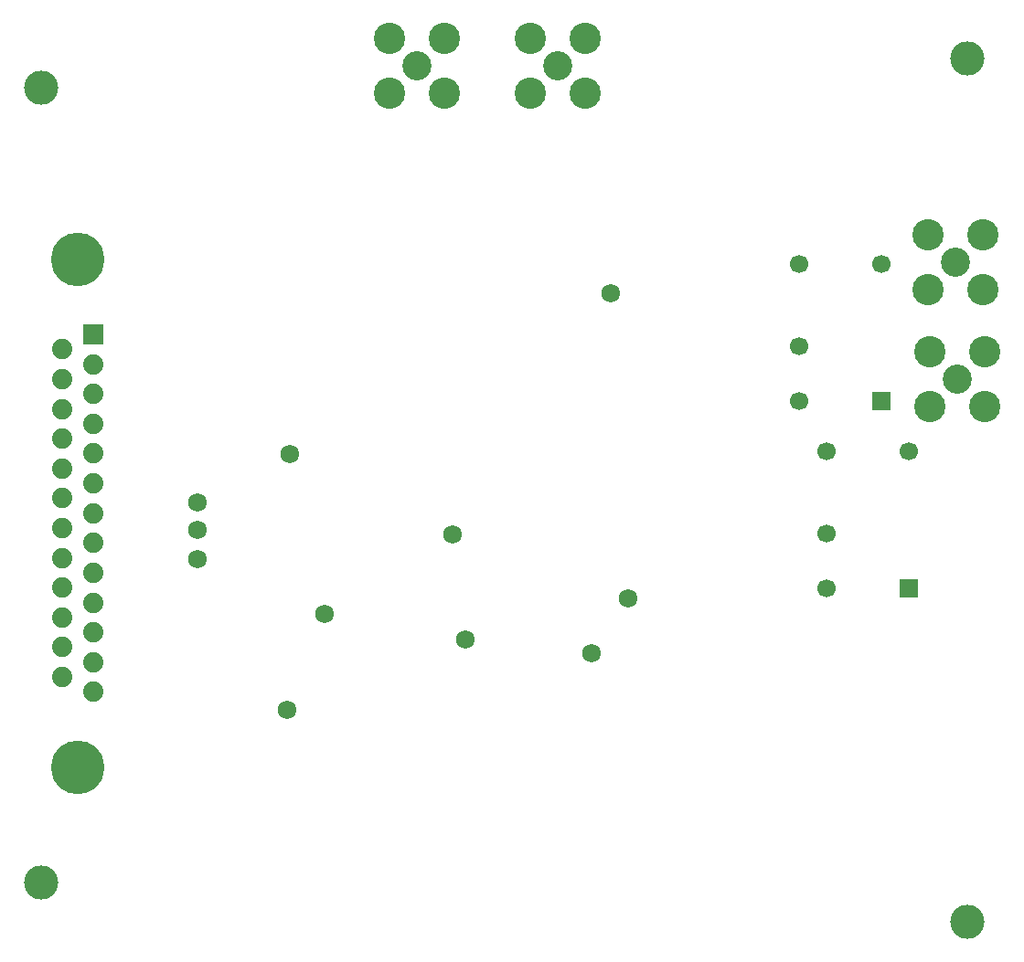
<source format=gbr>
G04 DipTrace 3.3.1.3*
G04 BottomMask.gbr*
%MOIN*%
G04 #@! TF.FileFunction,Soldermask,Bot*
G04 #@! TF.Part,Single*
%ADD30C,0.125*%
%ADD42C,0.06788*%
%ADD44C,0.066935*%
%ADD46R,0.066935X0.066935*%
%ADD48C,0.195282*%
%ADD50C,0.074415*%
%ADD52R,0.074415X0.074415*%
%ADD54C,0.106305*%
%ADD56C,0.114179*%
%FSLAX26Y26*%
G04*
G70*
G90*
G75*
G01*
G04 BotMask*
%LPD*%
D30*
X595213Y3638756D3*
Y738759D3*
X3970213Y595008D3*
Y3745008D3*
D56*
X1863962Y3620007D3*
X2063962D3*
Y3820007D3*
X1863962D3*
D54*
X1963962Y3720007D3*
D56*
X3832713Y2676258D3*
Y2476258D3*
X4032713D3*
Y2676258D3*
D54*
X3932713Y2576258D3*
D56*
X2376462Y3620007D3*
X2576462D3*
Y3820007D3*
X2376462D3*
D54*
X2476462Y3720007D3*
D52*
X782714Y2738758D3*
D50*
Y2630057D3*
Y2521356D3*
Y2412655D3*
Y2303955D3*
Y2195254D3*
Y2086553D3*
Y1977852D3*
Y1869151D3*
Y1760451D3*
Y1651750D3*
Y1543049D3*
Y1434348D3*
X670903Y2684401D3*
Y2575700D3*
Y2466999D3*
Y2358298D3*
Y2249598D3*
Y2140897D3*
Y2032196D3*
Y1923495D3*
Y1814794D3*
Y1706094D3*
Y1597393D3*
Y1488692D3*
D48*
X726808Y1160333D3*
Y3012773D3*
D56*
X3826464Y3101258D3*
Y2901258D3*
X4026464D3*
Y3101258D3*
D54*
X3926464Y3001258D3*
D46*
X3657713Y2495008D3*
D44*
Y2995008D3*
X3357713D3*
Y2695008D3*
Y2495008D3*
D46*
X3757713Y1813758D3*
D44*
Y2313758D3*
X3457713D3*
Y2013758D3*
Y1813758D3*
D42*
X1163962Y1920008D3*
X1488962Y1370007D3*
X1163962Y2126256D3*
Y2026258D3*
X1626462Y1720008D3*
X1501462Y2301258D3*
X2095213Y2007507D3*
X2138964Y1626258D3*
X2601462Y1576258D3*
X2732713Y1776258D3*
X2670263Y2888758D3*
M02*

</source>
